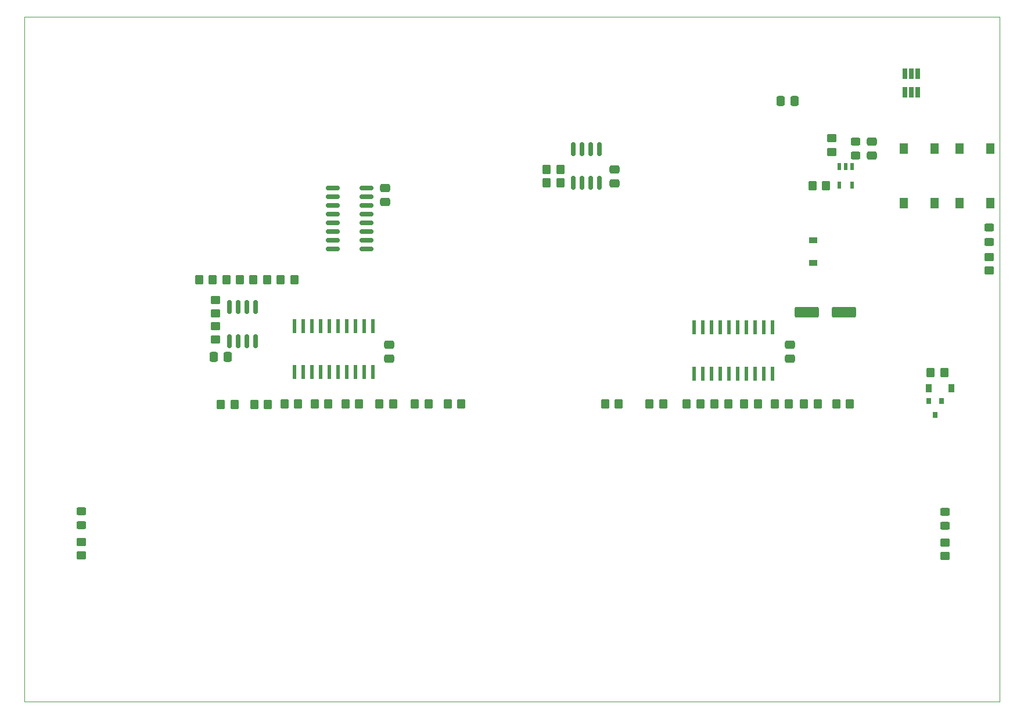
<source format=gbr>
G04 #@! TF.GenerationSoftware,KiCad,Pcbnew,(6.0.5)*
G04 #@! TF.CreationDate,2022-06-02T00:39:45-04:00*
G04 #@! TF.ProjectId,PB_16,50425f31-362e-46b6-9963-61645f706362,v2.1*
G04 #@! TF.SameCoordinates,Original*
G04 #@! TF.FileFunction,Paste,Top*
G04 #@! TF.FilePolarity,Positive*
%FSLAX46Y46*%
G04 Gerber Fmt 4.6, Leading zero omitted, Abs format (unit mm)*
G04 Created by KiCad (PCBNEW (6.0.5)) date 2022-06-02 00:39:45*
%MOMM*%
%LPD*%
G01*
G04 APERTURE LIST*
G04 Aperture macros list*
%AMRoundRect*
0 Rectangle with rounded corners*
0 $1 Rounding radius*
0 $2 $3 $4 $5 $6 $7 $8 $9 X,Y pos of 4 corners*
0 Add a 4 corners polygon primitive as box body*
4,1,4,$2,$3,$4,$5,$6,$7,$8,$9,$2,$3,0*
0 Add four circle primitives for the rounded corners*
1,1,$1+$1,$2,$3*
1,1,$1+$1,$4,$5*
1,1,$1+$1,$6,$7*
1,1,$1+$1,$8,$9*
0 Add four rect primitives between the rounded corners*
20,1,$1+$1,$2,$3,$4,$5,0*
20,1,$1+$1,$4,$5,$6,$7,0*
20,1,$1+$1,$6,$7,$8,$9,0*
20,1,$1+$1,$8,$9,$2,$3,0*%
G04 Aperture macros list end*
G04 #@! TA.AperFunction,Profile*
%ADD10C,0.050000*%
G04 #@! TD*
%ADD11RoundRect,0.250000X0.337500X0.475000X-0.337500X0.475000X-0.337500X-0.475000X0.337500X-0.475000X0*%
%ADD12R,0.558800X2.159000*%
%ADD13RoundRect,0.249999X-0.450001X0.325001X-0.450001X-0.325001X0.450001X-0.325001X0.450001X0.325001X0*%
%ADD14RoundRect,0.250000X-0.450000X0.350000X-0.450000X-0.350000X0.450000X-0.350000X0.450000X0.350000X0*%
%ADD15RoundRect,0.250000X0.350000X0.450000X-0.350000X0.450000X-0.350000X-0.450000X0.350000X-0.450000X0*%
%ADD16RoundRect,0.250000X0.475000X-0.337500X0.475000X0.337500X-0.475000X0.337500X-0.475000X-0.337500X0*%
%ADD17R,0.600000X1.050000*%
%ADD18RoundRect,0.250000X-0.475000X0.337500X-0.475000X-0.337500X0.475000X-0.337500X0.475000X0.337500X0*%
%ADD19RoundRect,0.150000X0.150000X-0.825000X0.150000X0.825000X-0.150000X0.825000X-0.150000X-0.825000X0*%
%ADD20RoundRect,0.150000X-0.150000X0.825000X-0.150000X-0.825000X0.150000X-0.825000X0.150000X0.825000X0*%
%ADD21RoundRect,0.250000X1.500000X0.550000X-1.500000X0.550000X-1.500000X-0.550000X1.500000X-0.550000X0*%
%ADD22RoundRect,0.249999X0.450001X-0.325001X0.450001X0.325001X-0.450001X0.325001X-0.450001X-0.325001X0*%
%ADD23RoundRect,0.250000X0.450000X-0.350000X0.450000X0.350000X-0.450000X0.350000X-0.450000X-0.350000X0*%
%ADD24R,1.200000X0.900000*%
%ADD25RoundRect,0.250000X-0.337500X-0.475000X0.337500X-0.475000X0.337500X0.475000X-0.337500X0.475000X0*%
%ADD26R,0.900000X1.200000*%
%ADD27R,0.800000X0.900000*%
%ADD28RoundRect,0.250000X-0.350000X-0.450000X0.350000X-0.450000X0.350000X0.450000X-0.350000X0.450000X0*%
%ADD29RoundRect,0.150000X-0.825000X-0.150000X0.825000X-0.150000X0.825000X0.150000X-0.825000X0.150000X0*%
%ADD30R,0.650000X1.560000*%
%ADD31R,1.300000X1.550000*%
G04 APERTURE END LIST*
D10*
X214228800Y-152889360D02*
X214228800Y-52996240D01*
X72128800Y-52996240D02*
X72128800Y-152889360D01*
X214228800Y-52996240D02*
X72128800Y-52996240D01*
X214228800Y-152889360D02*
X72128800Y-152889360D01*
D11*
X101770300Y-102612600D03*
X99695300Y-102612600D03*
D12*
X122881600Y-98066000D03*
X121611600Y-98066000D03*
X120341600Y-98066000D03*
X119071600Y-98066000D03*
X117801600Y-98066000D03*
X116531600Y-98066000D03*
X115261600Y-98066000D03*
X113991600Y-98066000D03*
X112721600Y-98066000D03*
X111451600Y-98066000D03*
X111451600Y-104822400D03*
X112721600Y-104822400D03*
X113991600Y-104822400D03*
X115261600Y-104822400D03*
X116531600Y-104822400D03*
X117801600Y-104822400D03*
X119071600Y-104822400D03*
X120341600Y-104822400D03*
X121611600Y-104822400D03*
X122881600Y-104822400D03*
D13*
X80413800Y-125108000D03*
X80413800Y-127158000D03*
X206320600Y-125209600D03*
X206320600Y-127259600D03*
D14*
X80413800Y-129552600D03*
X80413800Y-131552600D03*
X206320600Y-129654200D03*
X206320600Y-131654200D03*
D15*
X188956400Y-77563120D03*
X186956400Y-77563120D03*
D13*
X193302600Y-71145720D03*
X193302600Y-73195720D03*
D14*
X189759800Y-70670320D03*
X189759800Y-72670320D03*
D16*
X195602600Y-73208220D03*
X195602600Y-71133220D03*
D17*
X192792600Y-74816120D03*
X191842600Y-74816120D03*
X190892600Y-74816120D03*
X190892600Y-77516120D03*
X192792600Y-77516120D03*
D18*
X125269200Y-100787700D03*
X125269200Y-102862700D03*
D19*
X101957000Y-100261600D03*
X103227000Y-100261600D03*
X104497000Y-100261600D03*
X105767000Y-100261600D03*
X105767000Y-95311600D03*
X104497000Y-95311600D03*
X103227000Y-95311600D03*
X101957000Y-95311600D03*
D16*
X158121040Y-77276580D03*
X158121040Y-75201580D03*
D15*
X150248800Y-75202600D03*
X148248800Y-75202600D03*
D20*
X155926040Y-72264080D03*
X154656040Y-72264080D03*
X153386040Y-72264080D03*
X152116040Y-72264080D03*
X152116040Y-77214080D03*
X153386040Y-77214080D03*
X154656040Y-77214080D03*
X155926040Y-77214080D03*
D15*
X150248800Y-77202600D03*
X148248800Y-77202600D03*
D21*
X191578800Y-96052600D03*
X186178800Y-96052600D03*
D22*
X212773800Y-85777600D03*
X212773800Y-83727600D03*
D23*
X212748800Y-90002600D03*
X212748800Y-88002600D03*
D24*
X187123800Y-85527600D03*
X187123800Y-88827600D03*
D25*
X182321500Y-65284760D03*
X184396500Y-65284760D03*
D14*
X99970800Y-98056600D03*
X99970800Y-100056600D03*
D23*
X99978800Y-96252600D03*
X99978800Y-94252600D03*
D12*
X181184760Y-98274280D03*
X179914760Y-98274280D03*
X178644760Y-98274280D03*
X177374760Y-98274280D03*
X176104760Y-98274280D03*
X174834760Y-98274280D03*
X173564760Y-98274280D03*
X172294760Y-98274280D03*
X171024760Y-98274280D03*
X169754760Y-98274280D03*
X169754760Y-105030680D03*
X171024760Y-105030680D03*
X172294760Y-105030680D03*
X173564760Y-105030680D03*
X174834760Y-105030680D03*
X176104760Y-105030680D03*
X177374760Y-105030680D03*
X178644760Y-105030680D03*
X179914760Y-105030680D03*
X181184760Y-105030680D03*
D18*
X183699360Y-100762300D03*
X183699360Y-102837300D03*
D26*
X203928800Y-107152600D03*
X207228800Y-107152600D03*
D27*
X205828800Y-109052600D03*
X203928800Y-109052600D03*
X204878800Y-111052600D03*
D28*
X204178800Y-104852600D03*
X206178800Y-104852600D03*
D18*
X124678800Y-77940100D03*
X124678800Y-80015100D03*
D28*
X97553800Y-91327600D03*
X99553800Y-91327600D03*
D15*
X103528800Y-91327600D03*
X101528800Y-91327600D03*
D29*
X117053800Y-77932600D03*
X117053800Y-79202600D03*
X117053800Y-80472600D03*
X117053800Y-81742600D03*
X117053800Y-83012600D03*
X117053800Y-84282600D03*
X117053800Y-85552600D03*
X117053800Y-86822600D03*
X122003800Y-86822600D03*
X122003800Y-85552600D03*
X122003800Y-84282600D03*
X122003800Y-83012600D03*
X122003800Y-81742600D03*
X122003800Y-80472600D03*
X122003800Y-79202600D03*
X122003800Y-77932600D03*
D15*
X111453800Y-91327600D03*
X109453800Y-91327600D03*
D28*
X105453800Y-91327600D03*
X107453800Y-91327600D03*
D30*
X202318800Y-61292600D03*
X201368800Y-61292600D03*
X200418800Y-61292600D03*
X200418800Y-63992600D03*
X201368800Y-63992600D03*
X202318800Y-63992600D03*
D31*
X200248800Y-72182600D03*
X200248800Y-80132600D03*
X204748800Y-80132600D03*
X204748800Y-72182600D03*
X208398800Y-72182600D03*
X208398800Y-80132600D03*
X212898800Y-72182600D03*
X212898800Y-80132600D03*
D28*
X190448800Y-109452600D03*
X192448800Y-109452600D03*
D15*
X158748800Y-109452600D03*
X156748800Y-109452600D03*
D28*
X133798800Y-109452600D03*
X135798800Y-109452600D03*
X181498800Y-109452600D03*
X183498800Y-109452600D03*
D15*
X165198800Y-109452600D03*
X163198800Y-109452600D03*
X170648800Y-109452600D03*
X168648800Y-109452600D03*
D28*
X177048800Y-109452600D03*
X179048800Y-109452600D03*
X114398800Y-109452600D03*
X116398800Y-109452600D03*
X128998800Y-109452600D03*
X130998800Y-109452600D03*
X185748800Y-109452600D03*
X187748800Y-109452600D03*
X172698800Y-109452600D03*
X174698800Y-109452600D03*
X123848800Y-109452600D03*
X125848800Y-109452600D03*
D15*
X102748800Y-109502600D03*
X100748800Y-109502600D03*
X111998800Y-109452600D03*
X109998800Y-109452600D03*
D28*
X118898800Y-109452600D03*
X120898800Y-109452600D03*
D15*
X107598800Y-109502600D03*
X105598800Y-109502600D03*
M02*

</source>
